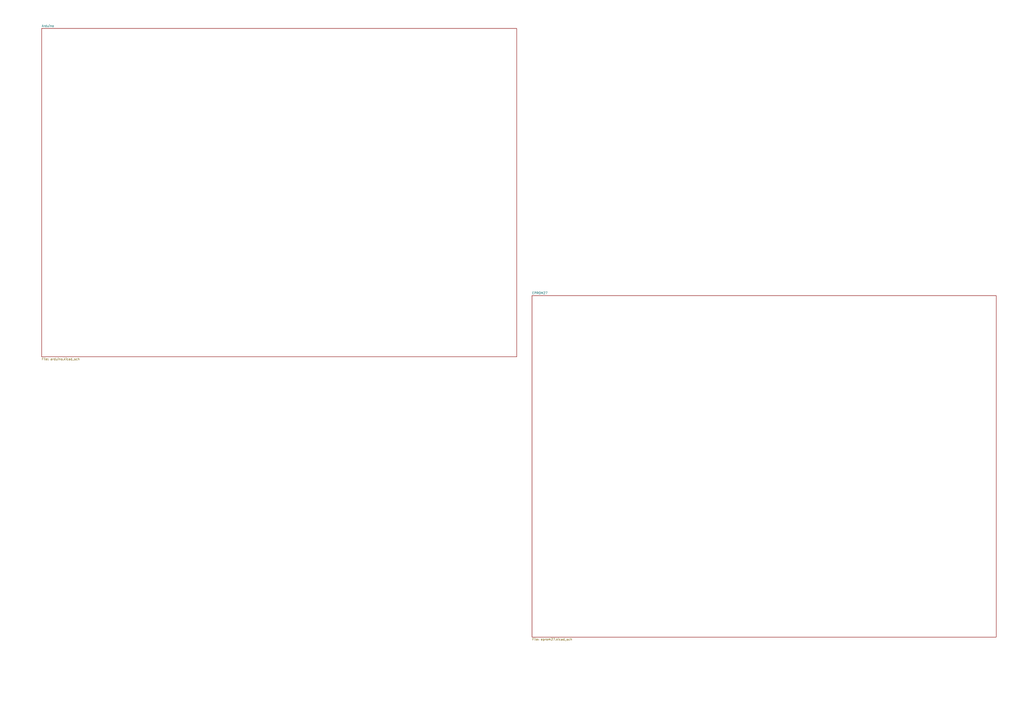
<source format=kicad_sch>
(kicad_sch
	(version 20231120)
	(generator "eeschema")
	(generator_version "8.0")
	(uuid "b8033ce9-ba25-4e47-95e8-10bc4b45a8e3")
	(paper "A2")
	(title_block
		(title "EPROM27 Arduino programmer")
		(date "2024-03-21")
		(rev "3.0")
		(company "kab01m@github")
	)
	(lib_symbols)
	(sheet
		(at 308.61 171.45)
		(size 269.24 198.12)
		(fields_autoplaced yes)
		(stroke
			(width 0.1524)
			(type solid)
		)
		(fill
			(color 0 0 0 0.0000)
		)
		(uuid "b436f806-0011-461c-bff1-5151587fbd52")
		(property "Sheetname" "EPROM27"
			(at 308.61 170.7384 0)
			(effects
				(font
					(size 1.27 1.27)
				)
				(justify left bottom)
			)
		)
		(property "Sheetfile" "eprom27.kicad_sch"
			(at 308.61 370.1546 0)
			(effects
				(font
					(size 1.27 1.27)
				)
				(justify left top)
			)
		)
		(instances
			(project "kicad"
				(path "/b8033ce9-ba25-4e47-95e8-10bc4b45a8e3"
					(page "2")
				)
			)
		)
	)
	(sheet
		(at 24.13 16.51)
		(size 275.59 190.5)
		(fields_autoplaced yes)
		(stroke
			(width 0.1524)
			(type solid)
		)
		(fill
			(color 0 0 0 0.0000)
		)
		(uuid "c896e2c5-d9e1-4a19-ab69-3fa458685231")
		(property "Sheetname" "Arduino"
			(at 24.13 15.7984 0)
			(effects
				(font
					(size 1.27 1.27)
				)
				(justify left bottom)
			)
		)
		(property "Sheetfile" "arduino.kicad_sch"
			(at 24.13 207.5946 0)
			(effects
				(font
					(size 1.27 1.27)
				)
				(justify left top)
			)
		)
		(instances
			(project "kicad"
				(path "/b8033ce9-ba25-4e47-95e8-10bc4b45a8e3"
					(page "3")
				)
			)
		)
	)
	(sheet_instances
		(path "/"
			(page "1")
		)
	)
)
</source>
